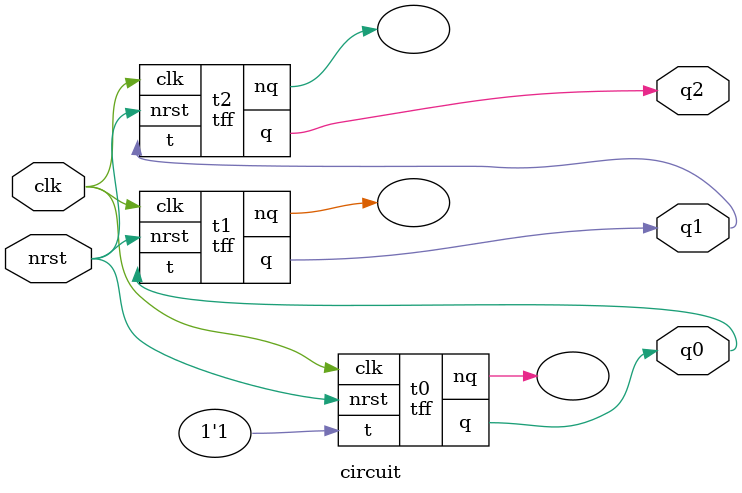
<source format=sv>
module tff(output q, nq, input t, clk, nrst);
logic ns, nr, ns1, nr1, j, k;
nand n1(ns, clk, j), n2(nr, clk, k), n3(q, ns, nq),
n4(nq, nr, q, nrst), n5(ns1, !clk, t, nq),
n6(nr1, !clk, t, q), n7(j, ns1, k), n8(k, nr1, j, nrst);
endmodule
module circuit(output q0, q1, q2, input clk, nrst);
  tff t0(q0,,1,clk,nrst);
  tff t1(q1,,q0,clk,nrst);
  tff t2(q2,,q1,clk,nrst);
endmodule
/*
1 0 0
0 1 0
1 1 1
0 0 0
*/

</source>
